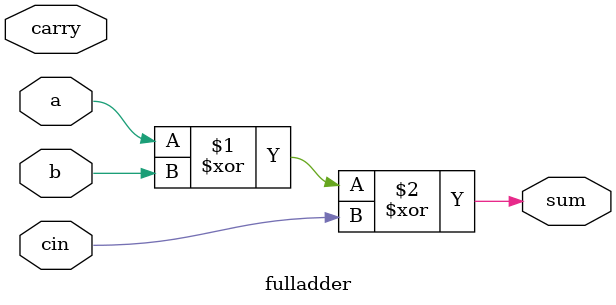
<source format=v>
`timescale 1ns / 1ps


module fulladder(
    input a,
    input b,
    input cin,
    output sum,
    input carry
    );
    assign sum=a^b^cin;
    assign carry=(a&b)|(b&cin)|(a&cin);
endmodule
</source>
